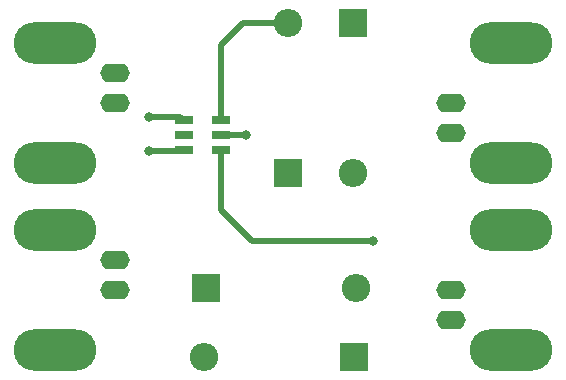
<source format=gbr>
G04 #@! TF.GenerationSoftware,KiCad,Pcbnew,(5.1.4)-1*
G04 #@! TF.CreationDate,2019-11-20T15:49:42+01:00*
G04 #@! TF.ProjectId,Centretappedtrafo,43656e74-7265-4746-9170-706564747261,rev?*
G04 #@! TF.SameCoordinates,Original*
G04 #@! TF.FileFunction,Copper,L2,Bot*
G04 #@! TF.FilePolarity,Positive*
%FSLAX46Y46*%
G04 Gerber Fmt 4.6, Leading zero omitted, Abs format (unit mm)*
G04 Created by KiCad (PCBNEW (5.1.4)-1) date 2019-11-20 15:49:42*
%MOMM*%
%LPD*%
G04 APERTURE LIST*
%ADD10O,7.000000X3.500000*%
%ADD11O,2.500000X1.600000*%
%ADD12R,2.400000X2.400000*%
%ADD13O,2.400000X2.400000*%
%ADD14R,1.650000X0.760000*%
%ADD15C,0.800000*%
%ADD16C,0.500000*%
G04 APERTURE END LIST*
D10*
X97700000Y-66450000D03*
X97700000Y-76610000D03*
D11*
X102780000Y-71530000D03*
X102780000Y-68990000D03*
X102790000Y-84840000D03*
X102790000Y-87380000D03*
D10*
X97710000Y-92460000D03*
X97710000Y-82300000D03*
D12*
X122980000Y-64790000D03*
D13*
X122980000Y-77490000D03*
D12*
X110490000Y-87230000D03*
D13*
X123190000Y-87230000D03*
X117440000Y-64820000D03*
D12*
X117440000Y-77520000D03*
D13*
X110350000Y-93050000D03*
D12*
X123050000Y-93050000D03*
D11*
X131270000Y-74120000D03*
X131270000Y-71580000D03*
D10*
X136350000Y-66500000D03*
X136350000Y-76660000D03*
X136350000Y-92460000D03*
X136350000Y-82300000D03*
D11*
X131270000Y-87380000D03*
X131270000Y-89920000D03*
D14*
X108600000Y-73040000D03*
X111780000Y-73040000D03*
X108600000Y-74310000D03*
X111780000Y-74310000D03*
X108600000Y-75580000D03*
X111780000Y-75580000D03*
D15*
X105640000Y-75610000D03*
X124640000Y-83290000D03*
X105680000Y-72770000D03*
X113890000Y-74310000D03*
D16*
X111780000Y-73040000D02*
X111780000Y-66660000D01*
X113620000Y-64820000D02*
X117440000Y-64820000D01*
X111780000Y-66660000D02*
X113620000Y-64820000D01*
X108570000Y-75610000D02*
X108600000Y-75580000D01*
X105640000Y-75610000D02*
X108570000Y-75610000D01*
X111780000Y-75580000D02*
X111780000Y-80650000D01*
X111780000Y-80650000D02*
X114420000Y-83290000D01*
X114420000Y-83290000D02*
X124640000Y-83290000D01*
X124640000Y-83290000D02*
X124640000Y-83290000D01*
X108510000Y-72950000D02*
X108600000Y-73040000D01*
X108330000Y-72770000D02*
X108600000Y-73040000D01*
X105680000Y-72770000D02*
X108330000Y-72770000D01*
X111780000Y-74310000D02*
X112855000Y-74310000D01*
X112855000Y-74310000D02*
X113890000Y-74310000D01*
X113890000Y-74310000D02*
X113890000Y-74310000D01*
M02*

</source>
